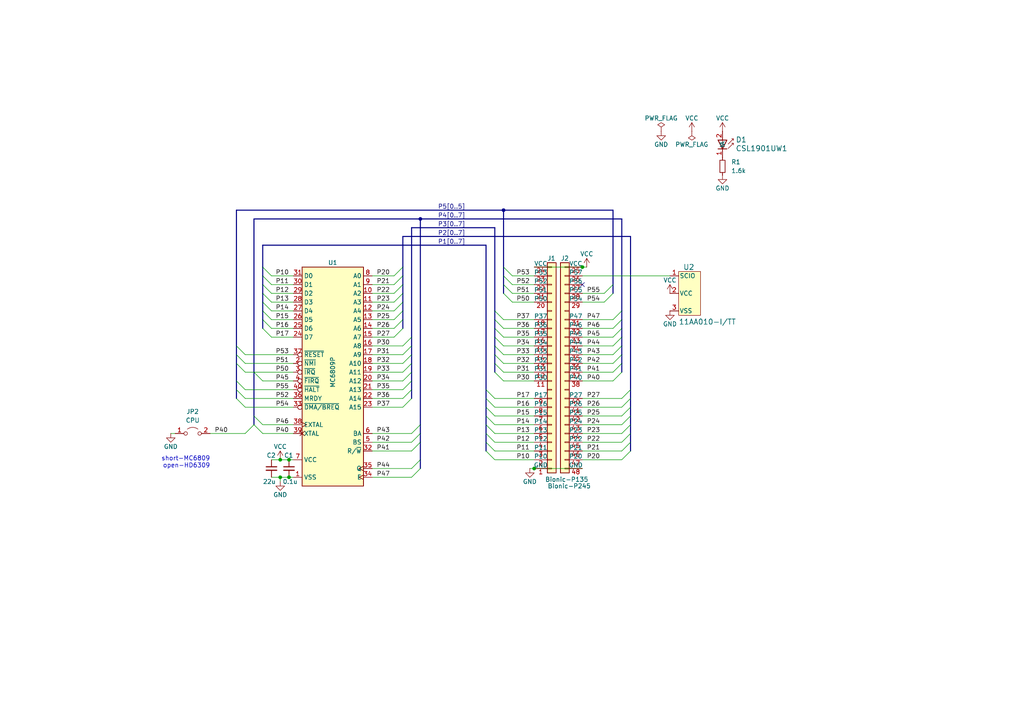
<source format=kicad_sch>
(kicad_sch (version 20231120) (generator "eeschema") (generator_version "8.0")
  (paper "A4")
  (title_block (title "BionicMC6809") (date "2025-03-02") (rev "7") (company "Tadashi G. Takaoka"))
  (lib_symbols
    (symbol "Device:C_Small" (pin_numbers hide) (pin_names (offset 0.254) hide)
      (property "Reference" "C" (at 0.254 1.778 0))
      (property "Value" "C_Small" (at 0.254 -2.032 0))
      (symbol "C_Small_0_1"
        (polyline (pts (xy -1.524 -0.508) (xy 1.524 -0.508)) (stroke (width 0.3302)))
        (polyline (pts (xy -1.524 0.508) (xy 1.524 0.508)) (stroke (width 0.3048)))
      )
      (symbol "C_Small_1_1"
        (pin passive line (at 0 2.54 270) (length 2.032) (name "~") (number "1"))
        (pin passive line (at 0 -2.54 90) (length 2.032) (name "~") (number "2"))
      )
    )
    (symbol "Device:R_Small" (pin_numbers hide) (pin_names (offset 0.254) hide)
      (property "Reference" "R" (at 0.762 0.508 0))
      (property "Value" "R_Small" (at 0.762 -1.016 0))
      (symbol "R_Small_0_1"
        (rectangle (start -0.762 1.778) (end 0.762 -1.778) (stroke (width 0.2032)))
      )
      (symbol "R_Small_1_1"
        (pin passive line (at 0 2.54 270) (length 0.762) (name "~") (number "1"))
        (pin passive line (at 0 -2.54 90) (length 0.762) (name "~") (number "2"))
      )
    )
    (symbol "Jumper:Jumper_2_Open" (pin_names (offset 0) hide)
      (property "Reference" "JP" (at 0 2.794 0))
      (property "Value" "Jumper_2_Open" (at 0 -2.286 0))
      (symbol "Jumper_2_Open_0_0"
        (circle (center -2.032 0) (radius 0.508))
        (circle (center 2.032 0) (radius 0.508))
      )
      (symbol "Jumper_2_Open_0_1"
        (arc (start 1.524 1.27) (mid 0 1.778) (end -1.524 1.27))
      )
      (symbol "Jumper_2_Open_1_1"
        (pin passive line (at -5.08 0 0) (length 2.54) (name "A") (number "1"))
        (pin passive line (at 5.08 0 180) (length 2.54) (name "B") (number "2"))
      )
    )
    (symbol "bionic:Bionic-P135" (pin_names (offset 0))
      (property "Reference" "J" (at 0 30.48 0))
      (property "Value" "Bionic-P135" (at -1.27 -33.02 0))
      (symbol "Bionic-P135_1_1"
        (rectangle (start 0 -30.353) (end -1.27 -30.607) (stroke (width 0.1524)))
        (rectangle (start 0 -27.813) (end -1.27 -28.067) (stroke (width 0.1524)))
        (rectangle (start 0 -25.273) (end -1.27 -25.527) (stroke (width 0.1524)))
        (rectangle (start 0 -22.733) (end -1.27 -22.987) (stroke (width 0.1524)))
        (rectangle (start 0 -20.193) (end -1.27 -20.447) (stroke (width 0.1524)))
        (rectangle (start 0 -17.653) (end -1.27 -17.907) (stroke (width 0.1524)))
        (rectangle (start 0 -15.113) (end -1.27 -15.367) (stroke (width 0.1524)))
        (rectangle (start 0 -12.573) (end -1.27 -12.827) (stroke (width 0.1524)))
        (rectangle (start 0 -10.033) (end -1.27 -10.287) (stroke (width 0.1524)))
        (rectangle (start 0 -7.493) (end -1.27 -7.747) (stroke (width 0.1524)))
        (rectangle (start 0 -4.953) (end -1.27 -5.207) (stroke (width 0.1524)))
        (rectangle (start 0 -2.413) (end -1.27 -2.667) (stroke (width 0.1524)))
        (rectangle (start 0 0.127) (end -1.27 -0.127) (stroke (width 0.1524)))
        (rectangle (start 0 2.667) (end -1.27 2.413) (stroke (width 0.1524)))
        (rectangle (start 0 5.207) (end -1.27 4.953) (stroke (width 0.1524)))
        (rectangle (start 0 7.747) (end -1.27 7.493) (stroke (width 0.1524)))
        (rectangle (start 0 10.287) (end -1.27 10.033) (stroke (width 0.1524)))
        (rectangle (start 0 12.827) (end -1.27 12.573) (stroke (width 0.1524)))
        (rectangle (start 0 15.367) (end -1.27 15.113) (stroke (width 0.1524)))
        (rectangle (start 0 17.907) (end -1.27 17.653) (stroke (width 0.1524)))
        (rectangle (start 0 20.447) (end -1.27 20.193) (stroke (width 0.1524)))
        (rectangle (start 0 22.987) (end -1.27 22.733) (stroke (width 0.1524)))
        (rectangle (start 0 25.527) (end -1.27 25.273) (stroke (width 0.1524)))
        (rectangle (start 0 28.067) (end -1.27 27.813) (stroke (width 0.1524)))
        (rectangle (start 1.27 29.21) (end -1.27 -31.75) (stroke (width 0.254)) (fill (type background)))
        (pin power_in line (at -5.08 -30.48 0) (length 3.81) (name "GND") (number "1"))
        (pin bidirectional line (at -5.08 -5.08 0) (length 3.81) (name "P30") (number "11"))
        (pin bidirectional line (at -5.08 -2.54 0) (length 3.81) (name "P31") (number "12"))
        (pin bidirectional line (at -5.08 0 0) (length 3.81) (name "P32") (number "13"))
        (pin bidirectional line (at -5.08 2.54 0) (length 3.81) (name "P33") (number "14"))
        (pin bidirectional line (at -5.08 5.08 0) (length 3.81) (name "P34") (number "15"))
        (pin bidirectional line (at -5.08 7.62 0) (length 3.81) (name "P35") (number "16"))
        (pin bidirectional line (at -5.08 10.16 0) (length 3.81) (name "P36") (number "17"))
        (pin bidirectional line (at -5.08 12.7 0) (length 3.81) (name "P37") (number "18"))
        (pin bidirectional line (at -5.08 -27.94 0) (length 3.81) (name "P10") (number "2"))
        (pin bidirectional line (at -5.08 17.78 0) (length 3.81) (name "P50") (number "20"))
        (pin bidirectional line (at -5.08 20.32 0) (length 3.81) (name "P51") (number "21"))
        (pin bidirectional line (at -5.08 22.86 0) (length 3.81) (name "P52") (number "22"))
        (pin bidirectional line (at -5.08 25.4 0) (length 3.81) (name "P53") (number "23"))
        (pin power_in line (at -5.08 27.94 0) (length 3.81) (name "VCC") (number "24"))
        (pin bidirectional line (at -5.08 -25.4 0) (length 3.81) (name "P11") (number "3"))
        (pin bidirectional line (at -5.08 -22.86 0) (length 3.81) (name "P12") (number "4"))
        (pin bidirectional line (at -5.08 -20.32 0) (length 3.81) (name "P13") (number "5"))
        (pin bidirectional line (at -5.08 -17.78 0) (length 3.81) (name "P14") (number "6"))
        (pin bidirectional line (at -5.08 -15.24 0) (length 3.81) (name "P15") (number "7"))
        (pin bidirectional line (at -5.08 -12.7 0) (length 3.81) (name "P16") (number "8"))
        (pin bidirectional line (at -5.08 -10.16 0) (length 3.81) (name "P17") (number "9"))
      )
    )
    (symbol "bionic:Bionic-P245" (pin_names (offset 0))
      (property "Reference" "J" (at -3.81 30.48 0))
      (property "Value" "Bionic-P245" (at -1.27 -33.02 0))
      (symbol "Bionic-P245_1_1"
        (rectangle (start -2.54 -30.607) (end -3.81 -30.353) (stroke (width 0.1524)))
        (rectangle (start -2.54 -28.067) (end -3.81 -27.813) (stroke (width 0.1524)))
        (rectangle (start -2.54 -25.527) (end -3.81 -25.273) (stroke (width 0.1524)))
        (rectangle (start -2.54 -22.987) (end -3.81 -22.733) (stroke (width 0.1524)))
        (rectangle (start -2.54 -20.447) (end -3.81 -20.193) (stroke (width 0.1524)))
        (rectangle (start -2.54 -17.907) (end -3.81 -17.653) (stroke (width 0.1524)))
        (rectangle (start -2.54 -15.367) (end -3.81 -15.113) (stroke (width 0.1524)))
        (rectangle (start -2.54 -12.827) (end -3.81 -12.573) (stroke (width 0.1524)))
        (rectangle (start -2.54 -10.287) (end -3.81 -10.033) (stroke (width 0.1524)))
        (rectangle (start -2.54 -7.747) (end -3.81 -7.493) (stroke (width 0.1524)))
        (rectangle (start -2.54 -5.207) (end -3.81 -4.953) (stroke (width 0.1524)))
        (rectangle (start -2.54 -2.667) (end -3.81 -2.413) (stroke (width 0.1524)))
        (rectangle (start -2.54 -0.127) (end -3.81 0.127) (stroke (width 0.1524)))
        (rectangle (start -2.54 2.413) (end -3.81 2.667) (stroke (width 0.1524)))
        (rectangle (start -2.54 4.953) (end -3.81 5.207) (stroke (width 0.1524)))
        (rectangle (start -2.54 7.493) (end -3.81 7.747) (stroke (width 0.1524)))
        (rectangle (start -2.54 10.033) (end -3.81 10.287) (stroke (width 0.1524)))
        (rectangle (start -2.54 12.573) (end -3.81 12.827) (stroke (width 0.1524)))
        (rectangle (start -2.54 15.113) (end -3.81 15.367) (stroke (width 0.1524)))
        (rectangle (start -2.54 17.653) (end -3.81 17.907) (stroke (width 0.1524)))
        (rectangle (start -2.54 20.193) (end -3.81 20.447) (stroke (width 0.1524)))
        (rectangle (start -2.54 22.733) (end -3.81 22.987) (stroke (width 0.1524)))
        (rectangle (start -2.54 25.273) (end -3.81 25.527) (stroke (width 0.1524)))
        (rectangle (start -2.54 27.813) (end -3.81 28.067) (stroke (width 0.1524)))
        (rectangle (start -2.54 29.21) (end -5.08 -31.75) (stroke (width 0.254)) (fill (type background)))
        (pin power_in line (at 1.27 27.94 180) (length 3.81) (name "VCC") (number "25"))
        (pin bidirectional line (at 1.27 25.4 180) (length 3.81) (name "P57") (number "26"))
        (pin bidirectional line (at 1.27 22.86 180) (length 3.81) (name "P56") (number "27"))
        (pin bidirectional line (at 1.27 20.32 180) (length 3.81) (name "P55") (number "28"))
        (pin bidirectional line (at 1.27 17.78 180) (length 3.81) (name "P54") (number "29"))
        (pin bidirectional line (at 1.27 12.7 180) (length 3.81) (name "P47") (number "31"))
        (pin bidirectional line (at 1.27 10.16 180) (length 3.81) (name "P46") (number "32"))
        (pin bidirectional line (at 1.27 7.62 180) (length 3.81) (name "P45") (number "33"))
        (pin bidirectional line (at 1.27 5.08 180) (length 3.81) (name "P44") (number "34"))
        (pin bidirectional line (at 1.27 2.54 180) (length 3.81) (name "P43") (number "35"))
        (pin bidirectional line (at 1.27 0 180) (length 3.81) (name "P42") (number "36"))
        (pin bidirectional line (at 1.27 -2.54 180) (length 3.81) (name "P41") (number "37"))
        (pin bidirectional line (at 1.27 -5.08 180) (length 3.81) (name "P40") (number "38"))
        (pin bidirectional line (at 1.27 -10.16 180) (length 3.81) (name "P27") (number "40"))
        (pin bidirectional line (at 1.27 -12.7 180) (length 3.81) (name "P26") (number "41"))
        (pin bidirectional line (at 1.27 -15.24 180) (length 3.81) (name "P25") (number "42"))
        (pin bidirectional line (at 1.27 -17.78 180) (length 3.81) (name "P24") (number "43"))
        (pin bidirectional line (at 1.27 -20.32 180) (length 3.81) (name "P23") (number "44"))
        (pin bidirectional line (at 1.27 -22.86 180) (length 3.81) (name "P22") (number "45"))
        (pin bidirectional line (at 1.27 -25.4 180) (length 3.81) (name "P21") (number "46"))
        (pin bidirectional line (at 1.27 -27.94 180) (length 3.81) (name "P20") (number "47"))
        (pin power_in line (at 1.27 -30.48 180) (length 3.81) (name "GND") (number "48"))
      )
    )
    (symbol "cpu:MC6809P"
      (property "Reference" "U" (at -1.27 31.75 0))
      (property "Value" "MC6809P" (at 0 -3.81 90))
      (symbol "MC6809P_0_1"
        (rectangle (start -8.89 -33.02) (end 8.89 30.48) (stroke (width 0.254)) (fill (type background)))
      )
      (symbol "MC6809P_1_1"
        (pin power_in line (at -11.43 -30.48 0) (length 2.54) (name "VSS") (number "1"))
        (pin output line (at 11.43 22.86 180) (length 2.54) (name "A2") (number "10"))
        (pin output line (at 11.43 20.32 180) (length 2.54) (name "A3") (number "11"))
        (pin output line (at 11.43 17.78 180) (length 2.54) (name "A4") (number "12"))
        (pin output line (at 11.43 15.24 180) (length 2.54) (name "A5") (number "13"))
        (pin output line (at 11.43 12.7 180) (length 2.54) (name "A6") (number "14"))
        (pin output line (at 11.43 10.16 180) (length 2.54) (name "A7") (number "15"))
        (pin output line (at 11.43 7.62 180) (length 2.54) (name "A8") (number "16"))
        (pin output line (at 11.43 5.08 180) (length 2.54) (name "A9") (number "17"))
        (pin output line (at 11.43 2.54 180) (length 2.54) (name "A10") (number "18"))
        (pin output line (at 11.43 0 180) (length 2.54) (name "A11") (number "19"))
        (pin input inverted (at -11.43 2.54 0) (length 2.54) (name "~{NMI}") (number "2"))
        (pin output line (at 11.43 -2.54 180) (length 2.54) (name "A12") (number "20"))
        (pin output line (at 11.43 -5.08 180) (length 2.54) (name "A13") (number "21"))
        (pin output line (at 11.43 -7.62 180) (length 2.54) (name "A14") (number "22"))
        (pin output line (at 11.43 -10.16 180) (length 2.54) (name "A15") (number "23"))
        (pin bidirectional line (at -11.43 10.16 0) (length 2.54) (name "D7") (number "24"))
        (pin bidirectional line (at -11.43 12.7 0) (length 2.54) (name "D6") (number "25"))
        (pin bidirectional line (at -11.43 15.24 0) (length 2.54) (name "D5") (number "26"))
        (pin bidirectional line (at -11.43 17.78 0) (length 2.54) (name "D4") (number "27"))
        (pin bidirectional line (at -11.43 20.32 0) (length 2.54) (name "D3") (number "28"))
        (pin bidirectional line (at -11.43 22.86 0) (length 2.54) (name "D2") (number "29"))
        (pin input inverted (at -11.43 0 0) (length 2.54) (name "~{IRQ}") (number "3"))
        (pin bidirectional line (at -11.43 25.4 0) (length 2.54) (name "D1") (number "30"))
        (pin bidirectional line (at -11.43 27.94 0) (length 2.54) (name "D0") (number "31"))
        (pin output line (at 11.43 -22.86 180) (length 2.54) (name "R/~{W}") (number "32"))
        (pin input inverted (at -11.43 -10.16 0) (length 2.54) (name "~{DMA/BREQ}") (number "33"))
        (pin output clock (at 11.43 -30.48 180) (length 2.54) (name "E") (number "34"))
        (pin output clock (at 11.43 -27.94 180) (length 2.54) (name "Q") (number "35"))
        (pin input line (at -11.43 -7.62 0) (length 2.54) (name "MRDY") (number "36"))
        (pin input inverted (at -11.43 5.08 0) (length 2.54) (name "~{RESET}") (number "37"))
        (pin input clock (at -11.43 -15.24 0) (length 2.54) (name "EXTAL") (number "38"))
        (pin passive non_logic (at -11.43 -17.78 0) (length 2.54) (name "XTAL") (number "39"))
        (pin input inverted (at -11.43 -2.54 0) (length 2.54) (name "~{FIRQ}") (number "4"))
        (pin input inverted (at -11.43 -5.08 0) (length 2.54) (name "~{HALT}") (number "40"))
        (pin output line (at 11.43 -20.32 180) (length 2.54) (name "BS") (number "5"))
        (pin output line (at 11.43 -17.78 180) (length 2.54) (name "BA") (number "6"))
        (pin power_in line (at -11.43 -25.4 0) (length 2.54) (name "VCC") (number "7"))
        (pin output line (at 11.43 27.94 180) (length 2.54) (name "A0") (number "8"))
        (pin output line (at 11.43 25.4 180) (length 2.54) (name "A1") (number "9"))
      )
    )
    (symbol "microchip:11AA010-I_TT" (pin_names (offset 0.254))
      (property "Reference" "U" (at 2.54 1.27 0))
      (property "Value" "11AA010-I/TT" (at 3.81 -13.97 0))
      (symbol "11AA010-I_TT_1_1"
        (rectangle (start 0 0) (end 6.35 -12.7) (fill (type background)))
        (pin bidirectional line (at -2.54 -1.27 0) (length 2.54) (name "SCIO") (number "1"))
        (pin power_in line (at -2.54 -6.35 0) (length 2.54) (name "VCC") (number "2"))
        (pin power_in line (at -2.54 -11.43 0) (length 2.54) (name "VSS") (number "3"))
      )
    )
    (symbol "power:GND" (power) (pin_numbers hide) (pin_names (offset 0) hide)
      (property "Value" "GND" (at 0 -3.81 0))
      (symbol "GND_0_1"
        (polyline (pts (xy 0 0) (xy 0 -1.27) (xy 1.27 -1.27) (xy 0 -2.54) (xy -1.27 -1.27) (xy 0 -1.27)))
      )
      (symbol "GND_1_1"
        (pin power_in line (at 0 0 270) (length 0) (name "~") (number "1"))
      )
    )
    (symbol "power:PWR_FLAG" (power) (pin_numbers hide) (pin_names (offset 0) hide)
      (property "Value" "PWR_FLAG" (at 0 3.81 0))
      (symbol "PWR_FLAG_0_0"
        (pin power_out line (at 0 0 90) (length 0) (name "~") (number "1"))
      )
      (symbol "PWR_FLAG_0_1"
        (polyline (pts (xy 0 0) (xy 0 1.27) (xy -1.016 1.905) (xy 0 2.54) (xy 1.016 1.905) (xy 0 1.27)))
      )
    )
    (symbol "power:VCC" (power) (pin_numbers hide) (pin_names (offset 0) hide)
      (property "Value" "VCC" (at 0 3.556 0))
      (symbol "VCC_0_1"
        (polyline (pts (xy -0.762 1.27) (xy 0 2.54)))
        (polyline (pts (xy 0 0) (xy 0 2.54)))
        (polyline (pts (xy 0 2.54) (xy 0.762 1.27)))
      )
      (symbol "VCC_1_1"
        (pin power_in line (at 0 0 90) (length 0) (name "~") (number "1"))
      )
    )
    (symbol "rhom:CSL1901UW1" (pin_names (offset 0.254))
      (property "Reference" "D" (at 3.81 -2.54 0))
      (property "Value" "CSL1901UW1" (at 3.81 -5.08 0))
      (symbol "CSL1901UW1_0_1"
        (polyline (pts (xy 2.159 3.175) (xy 2.667 3.175)))
        (polyline (pts (xy 2.54 0) (xy 5.08 0)))
        (polyline (pts (xy 5.08 1.27) (xy 5.08 -1.27)) (stroke (width 0.254)))
        (polyline (pts (xy 3.683 1.651) (xy 2.159 3.175) (xy 2.159 2.667)))
        (polyline (pts (xy 2.54 -1.27) (xy 5.08 0) (xy 2.54 1.27) (xy 2.54 -1.27)) (stroke (width 0.254)))
        (polyline (pts (xy 4.953 1.651) (xy 3.429 3.175) (xy 3.429 2.667) (xy 3.429 3.175) (xy 3.937 3.175)))
      )
      (symbol "CSL1901UW1_1_1"
        (pin passive line (at 7.62 0 180) (length 2.54) (name "K") (number "1"))
        (pin passive line (at 0 0 0) (length 2.54) (name "A") (number "2"))
      )
      (symbol "CSL1901UW1_1_2"
        (polyline (pts (xy -5.08 7.62) (xy -4.445 8.255)) (stroke (width 0.2032)))
        (polyline (pts (xy -5.08 8.255) (xy -5.08 7.62)) (stroke (width 0.2032)))
        (polyline (pts (xy -4.445 6.35) (xy -3.81 6.985)) (stroke (width 0.2032)))
        (polyline (pts (xy -4.445 8.255) (xy -5.08 8.255)) (stroke (width 0.2032)))
        (polyline (pts (xy -4.445 9.525) (xy -3.81 10.16)) (stroke (width 0.2032)))
        (polyline (pts (xy -4.445 10.16) (xy -4.445 9.525)) (stroke (width 0.2032)))
        (polyline (pts (xy -3.81 6.985) (xy -5.08 8.255)) (stroke (width 0.2032)))
        (polyline (pts (xy -3.81 8.255) (xy -3.175 8.89)) (stroke (width 0.2032)))
        (polyline (pts (xy -3.81 10.16) (xy -4.445 10.16)) (stroke (width 0.2032)))
        (polyline (pts (xy -3.175 5.08) (xy -4.445 6.35)) (stroke (width 0.2032)))
        (polyline (pts (xy -3.175 8.89) (xy -4.445 10.16)) (stroke (width 0.2032)))
        (polyline (pts (xy -2.54 6.985) (xy -3.81 8.255)) (stroke (width 0.2032)))
        (polyline (pts (xy -1.905 3.81) (xy 1.905 3.81)) (stroke (width 0.2032)))
        (polyline (pts (xy 0 2.54) (xy 0 3.4798)) (stroke (width 0.2032)))
        (polyline (pts (xy 0 3.175) (xy 0 3.81)) (stroke (width 0.2032)))
        (polyline (pts (xy 0 6.35) (xy -1.905 3.81)) (stroke (width 0.2032)))
        (polyline (pts (xy 0 6.35) (xy 0 7.62)) (stroke (width 0.2032)))
        (polyline (pts (xy 1.905 3.81) (xy 0 6.35)) (stroke (width 0.2032)))
        (polyline (pts (xy 1.905 6.35) (xy -1.905 6.35)) (stroke (width 0.2032)))
        (pin unspecified line (at 0 10.16 270) (length 2.54) (name "") (number "1"))
        (pin unspecified line (at 0 0 90) (length 2.54) (name "") (number "2"))
      )
    )
  )
  (junction (at 146.05 60.96))
  (junction (at 168.91 77.47))
  (junction (at 81.28 133.35))
  (junction (at 154.94 135.89))
  (junction (at 81.28 138.43))
  (junction (at 121.92 63.5))
  (junction (at 83.82 138.43))
  (junction (at 83.82 133.35))
  (no_connect (at 168.91 82.55))
  (bus_entry (at 143.51 92.71) (size 2.54 2.54))
  (bus_entry (at 78.74 95.25) (size -2.54 -2.54))
  (bus_entry (at 140.97 118.11) (size 2.54 2.54))
  (bus_entry (at 143.51 97.79) (size 2.54 2.54))
  (bus_entry (at 73.66 123.19) (size 2.54 2.54))
  (bus_entry (at 143.51 102.87) (size 2.54 2.54))
  (bus_entry (at 143.51 100.33) (size 2.54 2.54))
  (bus_entry (at 180.34 95.25) (size -2.54 2.54))
  (bus_entry (at 180.34 92.71) (size -2.54 2.54))
  (bus_entry (at 116.84 100.33) (size 2.54 -2.54))
  (bus_entry (at 116.84 80.01) (size -2.54 2.54))
  (bus_entry (at 116.84 90.17) (size -2.54 2.54))
  (bus_entry (at 182.88 118.11) (size -2.54 2.54))
  (bus_entry (at 180.34 102.87) (size -2.54 2.54))
  (bus_entry (at 182.88 115.57) (size -2.54 2.54))
  (bus_entry (at 116.84 95.25) (size -2.54 2.54))
  (bus_entry (at 73.66 120.65) (size 2.54 2.54))
  (bus_entry (at 68.58 113.03) (size 2.54 2.54))
  (bus_entry (at 180.34 107.95) (size -2.54 2.54))
  (bus_entry (at 146.05 85.09) (size 2.54 2.54))
  (bus_entry (at 78.74 82.55) (size -2.54 -2.54))
  (bus_entry (at 119.38 128.27) (size 2.54 -2.54))
  (bus_entry (at 140.97 115.57) (size 2.54 2.54))
  (bus_entry (at 146.05 80.01) (size 2.54 2.54))
  (bus_entry (at 140.97 113.03) (size 2.54 2.54))
  (bus_entry (at 78.74 80.01) (size -2.54 -2.54))
  (bus_entry (at 182.88 113.03) (size -2.54 2.54))
  (bus_entry (at 182.88 123.19) (size -2.54 2.54))
  (bus_entry (at 143.51 95.25) (size 2.54 2.54))
  (bus_entry (at 78.74 85.09) (size -2.54 -2.54))
  (bus_entry (at 116.84 85.09) (size -2.54 2.54))
  (bus_entry (at 78.74 97.79) (size -2.54 -2.54))
  (bus_entry (at 182.88 128.27) (size -2.54 2.54))
  (bus_entry (at 143.51 107.95) (size 2.54 2.54))
  (bus_entry (at 140.97 123.19) (size 2.54 2.54))
  (bus_entry (at 119.38 130.81) (size 2.54 -2.54))
  (bus_entry (at 177.8 82.55) (size -2.54 2.54))
  (bus_entry (at 116.84 107.95) (size 2.54 -2.54))
  (bus_entry (at 73.66 123.19) (size -2.54 2.54))
  (bus_entry (at 180.34 97.79) (size -2.54 2.54))
  (bus_entry (at 140.97 120.65) (size 2.54 2.54))
  (bus_entry (at 68.58 115.57) (size 2.54 2.54))
  (bus_entry (at 68.58 105.41) (size 2.54 2.54))
  (bus_entry (at 116.84 82.55) (size -2.54 2.54))
  (bus_entry (at 116.84 87.63) (size -2.54 2.54))
  (bus_entry (at 177.8 85.09) (size -2.54 2.54))
  (bus_entry (at 78.74 92.71) (size -2.54 -2.54))
  (bus_entry (at 73.66 107.95) (size 2.54 2.54))
  (bus_entry (at 68.58 110.49) (size 2.54 2.54))
  (bus_entry (at 68.58 102.87) (size 2.54 2.54))
  (bus_entry (at 146.05 77.47) (size 2.54 2.54))
  (bus_entry (at 68.58 100.33) (size 2.54 2.54))
  (bus_entry (at 140.97 128.27) (size 2.54 2.54))
  (bus_entry (at 180.34 100.33) (size -2.54 2.54))
  (bus_entry (at 140.97 125.73) (size 2.54 2.54))
  (bus_entry (at 78.74 87.63) (size -2.54 -2.54))
  (bus_entry (at 119.38 138.43) (size 2.54 -2.54))
  (bus_entry (at 116.84 102.87) (size 2.54 -2.54))
  (bus_entry (at 119.38 125.73) (size 2.54 -2.54))
  (bus_entry (at 116.84 105.41) (size 2.54 -2.54))
  (bus_entry (at 140.97 130.81) (size 2.54 2.54))
  (bus_entry (at 116.84 77.47) (size -2.54 2.54))
  (bus_entry (at 78.74 90.17) (size -2.54 -2.54))
  (bus_entry (at 146.05 82.55) (size 2.54 2.54))
  (bus_entry (at 119.38 135.89) (size 2.54 -2.54))
  (bus_entry (at 182.88 130.81) (size -2.54 2.54))
  (bus_entry (at 180.34 105.41) (size -2.54 2.54))
  (bus_entry (at 116.84 113.03) (size 2.54 -2.54))
  (bus_entry (at 116.84 115.57) (size 2.54 -2.54))
  (bus_entry (at 116.84 118.11) (size 2.54 -2.54))
  (bus_entry (at 182.88 120.65) (size -2.54 2.54))
  (bus_entry (at 180.34 90.17) (size -2.54 2.54))
  (bus_entry (at 143.51 105.41) (size 2.54 2.54))
  (bus_entry (at 143.51 90.17) (size 2.54 2.54))
  (bus_entry (at 116.84 110.49) (size 2.54 -2.54))
  (bus_entry (at 116.84 92.71) (size -2.54 2.54))
  (bus_entry (at 182.88 125.73) (size -2.54 2.54))
  (bus (pts (xy 119.38 113.03) (xy 119.38 115.57)))
  (wire (pts (xy 73.66 107.95) (xy 85.09 107.95)))
  (bus (pts (xy 76.2 90.17) (xy 76.2 92.71)))
  (wire (pts (xy 143.51 120.65) (xy 154.94 120.65)))
  (wire (pts (xy 143.51 125.73) (xy 154.94 125.73)))
  (wire (pts (xy 71.12 107.95) (xy 73.66 107.95)))
  (bus (pts (xy 76.2 77.47) (xy 76.2 71.12)))
  (bus (pts (xy 121.92 133.35) (xy 121.92 128.27)))
  (wire (pts (xy 107.95 80.01) (xy 114.3 80.01)))
  (bus (pts (xy 143.51 102.87) (xy 143.51 105.41)))
  (wire (pts (xy 148.59 85.09) (xy 154.94 85.09)))
  (wire (pts (xy 107.95 115.57) (xy 116.84 115.57)))
  (wire (pts (xy 83.82 138.43) (xy 85.09 138.43)))
  (bus (pts (xy 182.88 115.57) (xy 182.88 118.11)))
  (bus (pts (xy 119.38 97.79) (xy 119.38 66.04)))
  (wire (pts (xy 168.91 118.11) (xy 180.34 118.11)))
  (bus (pts (xy 180.34 90.17) (xy 180.34 92.71)))
  (wire (pts (xy 107.95 138.43) (xy 119.38 138.43)))
  (bus (pts (xy 182.88 120.65) (xy 182.88 123.19)))
  (bus (pts (xy 140.97 118.11) (xy 140.97 120.65)))
  (bus (pts (xy 116.84 87.63) (xy 116.84 90.17)))
  (bus (pts (xy 73.66 107.95) (xy 73.66 63.5)))
  (bus (pts (xy 143.51 90.17) (xy 143.51 92.71)))
  (bus (pts (xy 182.88 125.73) (xy 182.88 128.27)))
  (bus (pts (xy 146.05 60.96) (xy 146.05 77.47)))
  (wire (pts (xy 107.95 92.71) (xy 114.3 92.71)))
  (wire (pts (xy 60.96 125.73) (xy 71.12 125.73)))
  (bus (pts (xy 180.34 105.41) (xy 180.34 107.95)))
  (wire (pts (xy 107.95 118.11) (xy 116.84 118.11)))
  (bus (pts (xy 119.38 105.41) (xy 119.38 107.95)))
  (bus (pts (xy 116.84 77.47) (xy 116.84 80.01)))
  (wire (pts (xy 146.05 97.79) (xy 154.94 97.79)))
  (bus (pts (xy 121.92 135.89) (xy 121.92 133.35)))
  (bus (pts (xy 177.8 82.55) (xy 177.8 85.09)))
  (wire (pts (xy 78.74 80.01) (xy 85.09 80.01)))
  (wire (pts (xy 168.91 120.65) (xy 180.34 120.65)))
  (bus (pts (xy 76.2 80.01) (xy 76.2 82.55)))
  (bus (pts (xy 182.88 113.03) (xy 182.88 115.57)))
  (wire (pts (xy 148.59 80.01) (xy 154.94 80.01)))
  (bus (pts (xy 140.97 71.12) (xy 140.97 113.03)))
  (bus (pts (xy 182.88 123.19) (xy 182.88 125.73)))
  (bus (pts (xy 68.58 60.96) (xy 146.05 60.96)))
  (bus (pts (xy 116.84 85.09) (xy 116.84 87.63)))
  (bus (pts (xy 116.84 80.01) (xy 116.84 82.55)))
  (bus (pts (xy 121.92 123.19) (xy 121.92 63.5)))
  (bus (pts (xy 182.88 118.11) (xy 182.88 120.65)))
  (wire (pts (xy 143.51 133.35) (xy 154.94 133.35)))
  (bus (pts (xy 143.51 97.79) (xy 143.51 100.33)))
  (bus (pts (xy 182.88 128.27) (xy 182.88 130.81)))
  (wire (pts (xy 146.05 105.41) (xy 154.94 105.41)))
  (bus (pts (xy 73.66 63.5) (xy 121.92 63.5)))
  (wire (pts (xy 143.51 115.57) (xy 154.94 115.57)))
  (wire (pts (xy 78.74 85.09) (xy 85.09 85.09)))
  (wire (pts (xy 78.74 97.79) (xy 85.09 97.79)))
  (bus (pts (xy 140.97 113.03) (xy 140.97 115.57)))
  (bus (pts (xy 68.58 105.41) (xy 68.58 110.49)))
  (bus (pts (xy 180.34 100.33) (xy 180.34 102.87)))
  (bus (pts (xy 143.51 105.41) (xy 143.51 107.95)))
  (wire (pts (xy 71.12 115.57) (xy 85.09 115.57)))
  (bus (pts (xy 116.84 68.58) (xy 182.88 68.58)))
  (wire (pts (xy 50.8 125.73) (xy 49.53 125.73)))
  (wire (pts (xy 148.59 87.63) (xy 154.94 87.63)))
  (bus (pts (xy 68.58 102.87) (xy 68.58 100.33)))
  (bus (pts (xy 182.88 68.58) (xy 182.88 113.03)))
  (wire (pts (xy 76.2 123.19) (xy 85.09 123.19)))
  (wire (pts (xy 168.91 80.01) (xy 194.31 80.01)))
  (wire (pts (xy 107.95 105.41) (xy 116.84 105.41)))
  (bus (pts (xy 116.84 77.47) (xy 116.84 68.58)))
  (wire (pts (xy 168.91 100.33) (xy 177.8 100.33)))
  (wire (pts (xy 143.51 118.11) (xy 154.94 118.11)))
  (wire (pts (xy 168.91 125.73) (xy 180.34 125.73)))
  (wire (pts (xy 71.12 113.03) (xy 85.09 113.03)))
  (bus (pts (xy 180.34 63.5) (xy 180.34 90.17)))
  (bus (pts (xy 76.2 92.71) (xy 76.2 95.25)))
  (bus (pts (xy 143.51 92.71) (xy 143.51 95.25)))
  (wire (pts (xy 168.91 133.35) (xy 180.34 133.35)))
  (wire (pts (xy 71.12 118.11) (xy 85.09 118.11)))
  (wire (pts (xy 107.95 85.09) (xy 114.3 85.09)))
  (wire (pts (xy 76.2 125.73) (xy 85.09 125.73)))
  (wire (pts (xy 146.05 102.87) (xy 154.94 102.87)))
  (bus (pts (xy 76.2 87.63) (xy 76.2 90.17)))
  (bus (pts (xy 76.2 71.12) (xy 140.97 71.12)))
  (wire (pts (xy 168.91 123.19) (xy 180.34 123.19)))
  (wire (pts (xy 168.91 110.49) (xy 177.8 110.49)))
  (wire (pts (xy 78.74 92.71) (xy 85.09 92.71)))
  (wire (pts (xy 168.91 102.87) (xy 177.8 102.87)))
  (bus (pts (xy 140.97 115.57) (xy 140.97 118.11)))
  (wire (pts (xy 146.05 92.71) (xy 154.94 92.71)))
  (bus (pts (xy 180.34 95.25) (xy 180.34 97.79)))
  (bus (pts (xy 73.66 120.65) (xy 73.66 107.95)))
  (wire (pts (xy 78.74 133.35) (xy 81.28 133.35)))
  (wire (pts (xy 168.91 130.81) (xy 180.34 130.81)))
  (bus (pts (xy 180.34 102.87) (xy 180.34 105.41)))
  (wire (pts (xy 78.74 138.43) (xy 81.28 138.43)))
  (wire (pts (xy 146.05 95.25) (xy 154.94 95.25)))
  (bus (pts (xy 146.05 80.01) (xy 146.05 82.55)))
  (bus (pts (xy 116.84 90.17) (xy 116.84 92.71)))
  (wire (pts (xy 81.28 133.35) (xy 83.82 133.35)))
  (wire (pts (xy 78.74 82.55) (xy 85.09 82.55)))
  (wire (pts (xy 143.51 130.81) (xy 154.94 130.81)))
  (bus (pts (xy 116.84 92.71) (xy 116.84 95.25)))
  (wire (pts (xy 168.91 87.63) (xy 175.26 87.63)))
  (wire (pts (xy 107.95 102.87) (xy 116.84 102.87)))
  (wire (pts (xy 168.91 95.25) (xy 177.8 95.25)))
  (wire (pts (xy 143.51 128.27) (xy 154.94 128.27)))
  (bus (pts (xy 180.34 97.79) (xy 180.34 100.33)))
  (bus (pts (xy 119.38 97.79) (xy 119.38 100.33)))
  (wire (pts (xy 168.91 128.27) (xy 180.34 128.27)))
  (wire (pts (xy 107.95 130.81) (xy 119.38 130.81)))
  (bus (pts (xy 121.92 63.5) (xy 180.34 63.5)))
  (bus (pts (xy 119.38 100.33) (xy 119.38 102.87)))
  (wire (pts (xy 168.91 85.09) (xy 175.26 85.09)))
  (wire (pts (xy 168.91 107.95) (xy 177.8 107.95)))
  (wire (pts (xy 76.2 110.49) (xy 85.09 110.49)))
  (bus (pts (xy 180.34 92.71) (xy 180.34 95.25)))
  (wire (pts (xy 168.91 115.57) (xy 180.34 115.57)))
  (bus (pts (xy 121.92 125.73) (xy 121.92 123.19)))
  (wire (pts (xy 107.95 110.49) (xy 116.84 110.49)))
  (wire (pts (xy 71.12 105.41) (xy 85.09 105.41)))
  (wire (pts (xy 146.05 100.33) (xy 154.94 100.33)))
  (bus (pts (xy 119.38 110.49) (xy 119.38 113.03)))
  (bus (pts (xy 143.51 100.33) (xy 143.51 102.87)))
  (wire (pts (xy 107.95 82.55) (xy 114.3 82.55)))
  (wire (pts (xy 83.82 133.35) (xy 85.09 133.35)))
  (bus (pts (xy 177.8 60.96) (xy 177.8 82.55)))
  (wire (pts (xy 78.74 87.63) (xy 85.09 87.63)))
  (wire (pts (xy 81.28 139.7) (xy 81.28 138.43)))
  (wire (pts (xy 71.12 102.87) (xy 85.09 102.87)))
  (wire (pts (xy 154.94 77.47) (xy 168.91 77.47)))
  (wire (pts (xy 107.95 100.33) (xy 116.84 100.33)))
  (wire (pts (xy 81.28 138.43) (xy 83.82 138.43)))
  (bus (pts (xy 68.58 105.41) (xy 68.58 102.87)))
  (wire (pts (xy 107.95 90.17) (xy 114.3 90.17)))
  (bus (pts (xy 146.05 82.55) (xy 146.05 85.09)))
  (bus (pts (xy 116.84 82.55) (xy 116.84 85.09)))
  (wire (pts (xy 107.95 128.27) (xy 119.38 128.27)))
  (wire (pts (xy 107.95 135.89) (xy 119.38 135.89)))
  (wire (pts (xy 168.91 97.79) (xy 177.8 97.79)))
  (wire (pts (xy 153.67 135.89) (xy 154.94 135.89)))
  (bus (pts (xy 119.38 66.04) (xy 143.51 66.04)))
  (bus (pts (xy 146.05 77.47) (xy 146.05 80.01)))
  (wire (pts (xy 78.74 90.17) (xy 85.09 90.17)))
  (bus (pts (xy 76.2 82.55) (xy 76.2 85.09)))
  (bus (pts (xy 68.58 100.33) (xy 68.58 60.96)))
  (bus (pts (xy 76.2 85.09) (xy 76.2 87.63)))
  (bus (pts (xy 73.66 123.19) (xy 73.66 120.65)))
  (wire (pts (xy 107.95 113.03) (xy 116.84 113.03)))
  (bus (pts (xy 121.92 128.27) (xy 121.92 125.73)))
  (bus (pts (xy 140.97 123.19) (xy 140.97 125.73)))
  (wire (pts (xy 146.05 110.49) (xy 154.94 110.49)))
  (bus (pts (xy 140.97 125.73) (xy 140.97 128.27)))
  (bus (pts (xy 140.97 120.65) (xy 140.97 123.19)))
  (wire (pts (xy 78.74 95.25) (xy 85.09 95.25)))
  (wire (pts (xy 146.05 107.95) (xy 154.94 107.95)))
  (wire (pts (xy 154.94 135.89) (xy 168.91 135.89)))
  (wire (pts (xy 107.95 125.73) (xy 119.38 125.73)))
  (wire (pts (xy 107.95 97.79) (xy 114.3 97.79)))
  (bus (pts (xy 140.97 128.27) (xy 140.97 130.81)))
  (wire (pts (xy 107.95 107.95) (xy 116.84 107.95)))
  (wire (pts (xy 148.59 82.55) (xy 154.94 82.55)))
  (bus (pts (xy 146.05 60.96) (xy 177.8 60.96)))
  (bus (pts (xy 143.51 66.04) (xy 143.51 90.17)))
  (wire (pts (xy 168.91 92.71) (xy 177.8 92.71)))
  (wire (pts (xy 143.51 123.19) (xy 154.94 123.19)))
  (wire (pts (xy 107.95 87.63) (xy 114.3 87.63)))
  (bus (pts (xy 119.38 102.87) (xy 119.38 105.41)))
  (wire (pts (xy 168.91 105.41) (xy 177.8 105.41)))
  (bus (pts (xy 119.38 107.95) (xy 119.38 110.49)))
  (wire (pts (xy 107.95 95.25) (xy 114.3 95.25)))
  (bus (pts (xy 68.58 113.03) (xy 68.58 110.49)))
  (bus (pts (xy 143.51 95.25) (xy 143.51 97.79)))
  (bus (pts (xy 76.2 77.47) (xy 76.2 80.01)))
  (bus (pts (xy 68.58 115.57) (xy 68.58 113.03)))
  (wire (pts (xy 170.18 77.47) (xy 168.91 77.47)))
  (text "short-MC6809\nopen-HD6309" (at 60.96 135.89 0) (effects (font (size 1.27 1.27)) (justify right bottom)))
  (label "P45" (at 83.82 110.49 180))
  (label "P10" (at 83.82 80.01 180))
  (label "P53" (at 83.82 102.87 180))
  (label "P40" (at 83.82 125.73 180))
  (label "P11" (at 83.82 82.55 180))
  (label "P51" (at 83.82 105.41 180))
  (label "P20" (at 109.22 80.01 0))
  (label "P40" (at 170.18 110.49 0))
  (label "P35" (at 109.22 113.03 0))
  (label "P27" (at 170.18 115.57 0))
  (label "P41" (at 109.22 130.81 0))
  (label "P20" (at 170.18 133.35 0))
  (label "P31" (at 153.67 107.95 180))
  (label "P37" (at 153.67 92.71 180))
  (label "P3[0..7]" (at 127 66.04 0))
  (label "P40" (at 62.23 125.73 0))
  (label "P14" (at 153.67 123.19 180))
  (label "P25" (at 170.18 120.65 0))
  (label "P33" (at 153.67 102.87 180))
  (label "P21" (at 109.22 82.55 0))
  (label "P15" (at 153.67 120.65 180))
  (label "P36" (at 153.67 95.25 180))
  (label "P52" (at 153.67 82.55 180))
  (label "P42" (at 109.22 128.27 0))
  (label "P21" (at 170.18 130.81 0))
  (label "P17" (at 153.67 115.57 180))
  (label "P36" (at 109.22 115.57 0))
  (label "P52" (at 83.82 115.57 180))
  (label "P12" (at 83.82 85.09 180))
  (label "P50" (at 153.67 87.63 180))
  (label "P16" (at 153.67 118.11 180))
  (label "P51" (at 153.67 85.09 180))
  (label "P22" (at 170.18 128.27 0))
  (label "P47" (at 170.18 92.71 0))
  (label "P55" (at 83.82 113.03 180))
  (label "P4[0..7]" (at 127 63.5 0))
  (label "P10" (at 153.67 133.35 180))
  (label "P23" (at 170.18 125.73 0))
  (label "P23" (at 109.22 87.63 0))
  (label "P50" (at 83.82 107.95 180))
  (label "P44" (at 170.18 100.33 0))
  (label "P46" (at 83.82 123.19 180))
  (label "P54" (at 83.82 118.11 180))
  (label "P13" (at 153.67 125.73 180))
  (label "P47" (at 109.22 138.43 0))
  (label "P12" (at 153.67 128.27 180))
  (label "P44" (at 109.22 135.89 0))
  (label "P54" (at 170.18 87.63 0))
  (label "P26" (at 170.18 118.11 0))
  (label "P31" (at 109.22 102.87 0))
  (label "P42" (at 170.18 105.41 0))
  (label "P11" (at 153.67 130.81 180))
  (label "P17" (at 83.82 97.79 180))
  (label "P37" (at 109.22 118.11 0))
  (label "P33" (at 109.22 107.95 0))
  (label "P30" (at 153.67 110.49 180))
  (label "P5[0..5]" (at 127 60.96 0))
  (label "P35" (at 153.67 97.79 180))
  (label "P53" (at 153.67 80.01 180))
  (label "P43" (at 109.22 125.73 0))
  (label "P1[0..7]" (at 127 71.12 0))
  (label "P22" (at 109.22 85.09 0))
  (label "P16" (at 83.82 95.25 180))
  (label "P14" (at 83.82 90.17 180))
  (label "P25" (at 109.22 92.71 0))
  (label "P43" (at 170.18 102.87 0))
  (label "P2[0..7]" (at 127 68.58 0))
  (label "P32" (at 109.22 105.41 0))
  (label "P46" (at 170.18 95.25 0))
  (label "P34" (at 153.67 100.33 180))
  (label "P27" (at 109.22 97.79 0))
  (label "P26" (at 109.22 95.25 0))
  (label "P30" (at 109.22 100.33 0))
  (label "P24" (at 170.18 123.19 0))
  (label "P24" (at 109.22 90.17 0))
  (label "P34" (at 109.22 110.49 0))
  (label "P32" (at 153.67 105.41 180))
  (label "P45" (at 170.18 97.79 0))
  (label "P13" (at 83.82 87.63 180))
  (label "P15" (at 83.82 92.71 180))
  (label "P41" (at 170.18 107.95 0))
  (label "P55" (at 170.18 85.09 0))
  (symbol (lib_id "Device:C_Small") (at 83.82 135.89 0) (mirror y) (unit 1)
    (property "Reference" "C1" (at 85.09 132.08 0) (effects (justify left)))
    (property "Value" "0.1u" (at 86.36 139.7 0) (effects (justify left)))
    (property "Footprint" "Capacitor_SMD:C_0603_1608Metric_Pad1.08x0.95mm_HandSolder" (effects (hide yes)))
  )
  (symbol (lib_id "cpu:MC6809P") (at 96.52 107.95 0) (unit 1)
    (property "Reference" "U1" (at 96.52 76.2 0))
    (property "Value" "MC6809P" (at 96.52 107.95 90))
    (property "Footprint" "bionic:DIP-40_W15.24mm_Socket" (effects (hide yes)))
    (property "Datasheet" "https://pdf1.alldatasheet.jp/datasheet-pdf/view/4143/MOTOROLA/MC6809.html" (effects (hide yes)))
    (property "Description" "8-bit General Purpose Microprocessor, DIP-40" (effects (hide yes)))
  )
  (symbol (lib_id "rhom:CSL1901UW1") (at 209.55 38.1 270) (unit 1)
    (property "Reference" "D1" (at 213.36 40.5129 90) (effects (font (size 1.524 1.524)) (justify left)))
    (property "Value" "CSL1901UW1" (at 213.36 43.0529 90) (effects (font (size 1.524 1.524)) (justify left)))
    (property "Footprint" "rhom:LED_CSL1901UW1_ROM-M" (effects (hide yes)))
    (property "Datasheet" "https://fscdn.rohm.com/en/products/databook/datasheet/opto/led/chip_mono/csl1901uw1-e.pdf" (effects (hide yes)))
    (property "Description" "Red LED (Low Current Emission, SMD)" (effects (hide yes)))
  )
  (symbol (lib_id "Jumper:Jumper_2_Open") (at 55.88 125.73 0) (unit 1)
    (property "Reference" "JP2" (at 55.88 119.38 0))
    (property "Value" "CPU" (at 55.88 121.92 0))
    (property "Footprint" "bionic:SolderJumper-2_P1.3mm_Open_RoundedPad1.0x1.5mm" (effects (hide yes)))
  )
  (symbol (lib_id "power:VCC") (at 200.66 38.1 0) (unit 1)
    (property "Reference" "#PWR01" (effects (hide yes)))
    (property "Value" "VCC" (at 200.66 34.29 0))
    (property "Description" "Power symbol creates a global label with name \"VCC\"" (effects (hide yes)))
  )
  (symbol (lib_id "power:VCC") (at 194.31 85.09 0) (unit 1)
    (property "Reference" "#PWR07" (effects (hide yes)))
    (property "Value" "VCC" (at 194.31 81.28 0))
    (property "Description" "Power symbol creates a global label with name \"VCC\"" (effects (hide yes)))
  )
  (symbol (lib_id "power:GND") (at 191.77 38.1 0) (unit 1)
    (property "Reference" "#PWR010" (effects (hide yes)))
    (property "Value" "GND" (at 191.77 41.91 0))
    (property "Description" "Power symbol creates a global label with name \"GND\" , ground" (effects (hide yes)))
  )
  (symbol (lib_id "bionic:Bionic-P245") (at 167.64 105.41 0) (unit 1)
    (property "Reference" "J2" (at 163.83 74.93 0))
    (property "Value" "Bionic-P245" (at 165.1 140.97 0))
    (property "Footprint" "bionic:Bionic-P245_THT" (effects (hide yes)))
    (property "Description" "Generic connector, single row, 01x24, script generated (kicad-library-utils/schlib/autogen/connector/)" (effects (hide yes)))
  )
  (symbol (lib_id "Device:R_Small") (at 209.55 48.26 0) (unit 1)
    (property "Reference" "R1" (at 212.09 46.99 0) (effects (justify left)))
    (property "Value" "1.6k" (at 212.09 49.53 0) (effects (justify left)))
    (property "Footprint" "Resistor_SMD:R_0603_1608Metric_Pad0.98x0.95mm_HandSolder" (effects (hide yes)))
  )
  (symbol (lib_id "power:VCC") (at 81.28 133.35 0) (unit 1)
    (property "Reference" "#PWR014" (effects (hide yes)))
    (property "Value" "VCC" (at 81.28 129.54 0))
    (property "Description" "Power symbol creates a global label with name \"VCC\"" (effects (hide yes)))
  )
  (symbol (lib_id "bionic:Bionic-P135") (at 160.02 105.41 0) (unit 1)
    (property "Reference" "J1" (at 158.75 74.93 0) (effects (justify left)))
    (property "Value" "Bionic-P135" (at 158.115 139.065 0) (effects (justify left)))
    (property "Footprint" "bionic:Bionic-P135_THT" (effects (hide yes)))
    (property "Description" "Generic connector, single row, 01x24, script generated (kicad-library-utils/schlib/autogen/connector/)" (effects (hide yes)))
  )
  (symbol (lib_id "power:GND") (at 153.67 135.89 0) (unit 1)
    (property "Reference" "#PWR02" (effects (hide yes)))
    (property "Value" "GND" (at 153.67 139.7 0))
    (property "Description" "Power symbol creates a global label with name \"GND\" , ground" (effects (hide yes)))
  )
  (symbol (lib_id "power:PWR_FLAG") (at 191.77 38.1 0) (unit 1)
    (property "Reference" "#FLG01" (effects (hide yes)))
    (property "Value" "PWR_FLAG" (at 191.77 34.29 0))
    (property "Description" "Special symbol for telling ERC where power comes from" (effects (hide yes)))
  )
  (symbol (lib_id "power:GND") (at 49.53 125.73 0) (unit 1)
    (property "Reference" "#PWR09" (effects (hide yes)))
    (property "Value" "GND" (at 49.53 129.54 0))
    (property "Description" "Power symbol creates a global label with name \"GND\" , ground" (effects (hide yes)))
  )
  (symbol (lib_id "power:GND") (at 209.55 50.8 0) (unit 1)
    (property "Reference" "#PWR03" (effects (hide yes)))
    (property "Value" "GND" (at 209.55 54.61 0))
    (property "Description" "Power symbol creates a global label with name \"GND\" , ground" (effects (hide yes)))
  )
  (symbol (lib_id "Device:C_Small") (at 78.74 135.89 0) (mirror y) (unit 1)
    (property "Reference" "C2" (at 80.01 132.08 0) (effects (justify left)))
    (property "Value" "22u" (at 80.01 139.7 0) (effects (justify left)))
    (property "Footprint" "Capacitor_SMD:C_0603_1608Metric_Pad1.08x0.95mm_HandSolder" (effects (hide yes)))
  )
  (symbol (lib_id "power:VCC") (at 170.18 77.47 0) (unit 1)
    (property "Reference" "#PWR011" (effects (hide yes)))
    (property "Value" "VCC" (at 170.18 73.66 0))
    (property "Description" "Power symbol creates a global label with name \"VCC\"" (effects (hide yes)))
  )
  (symbol (lib_id "power:VCC") (at 209.55 38.1 0) (unit 1)
    (property "Reference" "#PWR06" (effects (hide yes)))
    (property "Value" "VCC" (at 209.55 34.29 0))
    (property "Description" "Power symbol creates a global label with name \"VCC\"" (effects (hide yes)))
  )
  (symbol (lib_id "power:PWR_FLAG") (at 200.66 38.1 180) (unit 1)
    (property "Reference" "#FLG02" (effects (hide yes)))
    (property "Value" "PWR_FLAG" (at 200.66 41.91 0))
    (property "Description" "Special symbol for telling ERC where power comes from" (effects (hide yes)))
  )
  (symbol (lib_id "microchip:11AA010-I_TT") (at 196.85 78.74 0) (unit 1)
    (property "Reference" "U2" (at 198.12 77.47 0) (effects (font (size 1.524 1.524)) (justify left)))
    (property "Value" "11AA010-I/TT" (at 196.85 93.345 0) (effects (font (size 1.524 1.524)) (justify left)))
    (property "Footprint" "microchip:SOT-23_MC_MCH-M" (effects (hide yes)))
    (property "Datasheet" "11AA010-I/TO" (effects (hide yes)))
    (property "Description" "UNI/O Serial EEPROM (1Kbit)" (effects (hide yes)))
  )
  (symbol (lib_id "power:GND") (at 81.28 139.7 0) (unit 1)
    (property "Reference" "#PWR05" (effects (hide yes)))
    (property "Value" "GND" (at 81.28 143.51 0))
    (property "Description" "Power symbol creates a global label with name \"GND\" , ground" (effects (hide yes)))
  )
  (symbol (lib_id "power:GND") (at 194.31 90.17 0) (unit 1)
    (property "Reference" "#PWR04" (effects (hide yes)))
    (property "Value" "GND" (at 194.31 93.98 0))
    (property "Description" "Power symbol creates a global label with name \"GND\" , ground" (effects (hide yes)))
  )
)
</source>
